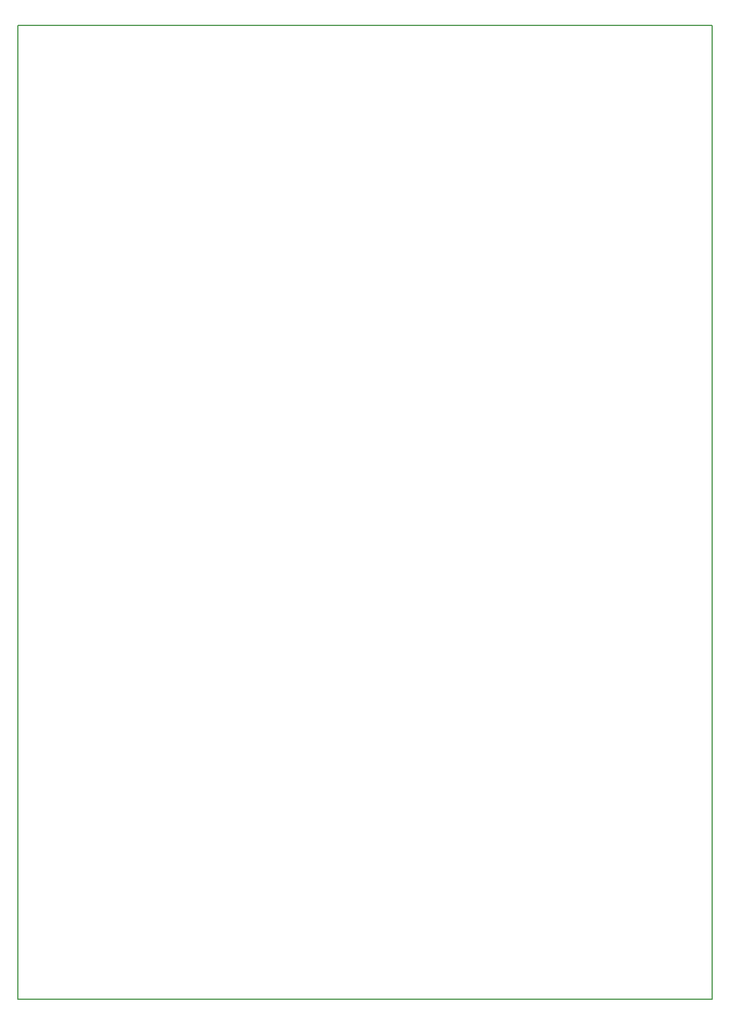
<source format=gm1>
G04*
G04 #@! TF.GenerationSoftware,Altium Limited,Altium Designer,22.5.1 (42)*
G04*
G04 Layer_Color=16711935*
%FSLAX44Y44*%
%MOMM*%
G71*
G04*
G04 #@! TF.SameCoordinates,6C3A9871-7614-464A-A6E8-5A1B9E04D4B5*
G04*
G04*
G04 #@! TF.FilePolarity,Positive*
G04*
G01*
G75*
%ADD11C,0.2000*%
D11*
X1000000Y2430000D02*
X2020000D01*
X1000000Y1000000D02*
Y2430000D01*
Y1000000D02*
X2020000D01*
X2020000Y2430000D02*
X2020000Y1000000D01*
M02*

</source>
